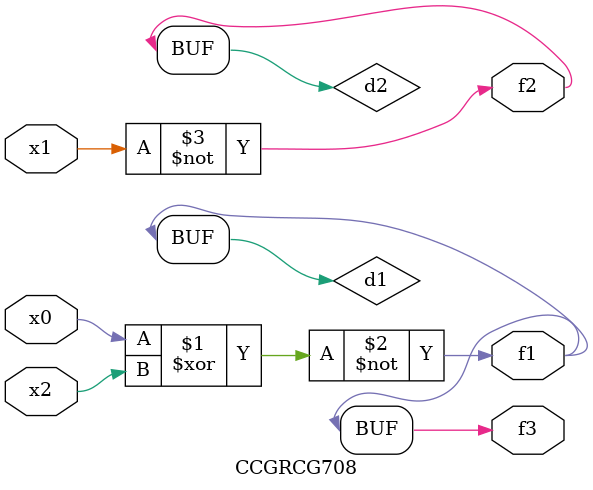
<source format=v>
module CCGRCG708(
	input x0, x1, x2,
	output f1, f2, f3
);

	wire d1, d2, d3;

	xnor (d1, x0, x2);
	nand (d2, x1);
	nor (d3, x1, x2);
	assign f1 = d1;
	assign f2 = d2;
	assign f3 = d1;
endmodule

</source>
